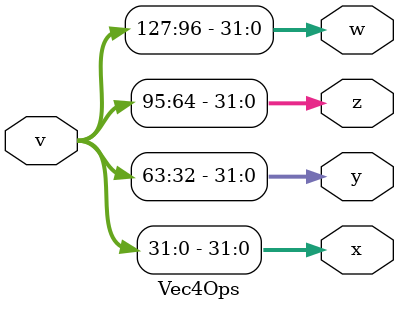
<source format=sv>

module Vec4Ops (
    input [127:0] v,
    output [31:0] x,
    output [31:0] y,
    output [31:0] z,
    output [31:0] w
);

    assign x = v[31:0];
    assign y = v[63:32];
    assign z = v[95:64];
    assign w = v[127:96];

endmodule

</source>
